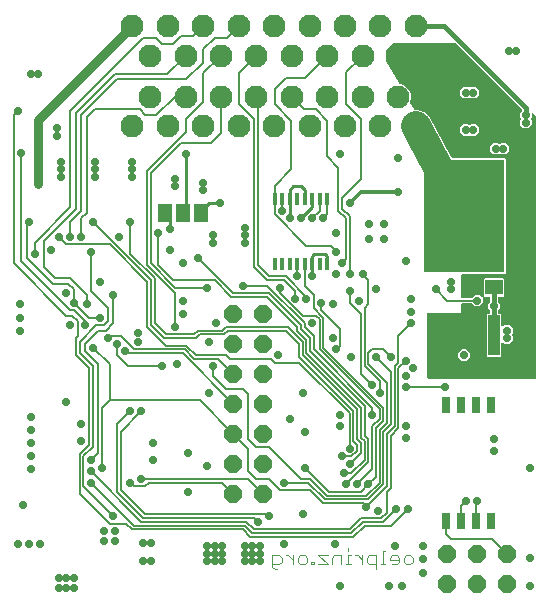
<source format=gbl>
G04 EAGLE Gerber RS-274X export*
G75*
%MOMM*%
%FSLAX34Y34*%
%LPD*%
%INBottom Copper*%
%IPPOS*%
%AMOC8*
5,1,8,0,0,1.08239X$1,22.5*%
G01*
%ADD10C,0.101600*%
%ADD11R,1.000000X3.400000*%
%ADD12R,6.800000X9.600000*%
%ADD13R,1.500000X1.300000*%
%ADD14C,1.950000*%
%ADD15R,0.685800X1.346200*%
%ADD16R,1.168400X1.600200*%
%ADD17P,1.649562X8X292.500000*%
%ADD18P,1.649562X8X22.500000*%
%ADD19R,0.400000X1.000000*%
%ADD20C,0.711200*%
%ADD21C,0.152400*%
%ADD22C,0.254000*%
%ADD23C,0.203200*%
%ADD24C,0.762000*%
%ADD25C,0.406400*%
%ADD26C,0.304800*%
%ADD27C,1.524000*%
%ADD28C,2.540000*%

G36*
X445867Y186318D02*
X445867Y186318D01*
X445925Y186316D01*
X446007Y186338D01*
X446091Y186350D01*
X446144Y186374D01*
X446200Y186388D01*
X446273Y186431D01*
X446350Y186466D01*
X446395Y186504D01*
X446445Y186534D01*
X446503Y186595D01*
X446567Y186650D01*
X446599Y186698D01*
X446639Y186741D01*
X446678Y186816D01*
X446725Y186886D01*
X446742Y186942D01*
X446769Y186994D01*
X446780Y187062D01*
X446810Y187157D01*
X446813Y187257D01*
X446824Y187325D01*
X446824Y408266D01*
X446812Y408353D01*
X446809Y408440D01*
X446792Y408493D01*
X446784Y408547D01*
X446749Y408627D01*
X446722Y408711D01*
X446694Y408750D01*
X446668Y408807D01*
X446572Y408920D01*
X446527Y408984D01*
X444710Y410801D01*
X444686Y410818D01*
X444667Y410841D01*
X444573Y410904D01*
X444483Y410972D01*
X444455Y410982D01*
X444431Y410999D01*
X444323Y411033D01*
X444217Y411073D01*
X444188Y411075D01*
X444160Y411084D01*
X444046Y411087D01*
X443934Y411097D01*
X443905Y411091D01*
X443876Y411092D01*
X443766Y411063D01*
X443655Y411041D01*
X443629Y411027D01*
X443601Y411020D01*
X443503Y410962D01*
X443403Y410910D01*
X443381Y410890D01*
X443356Y410875D01*
X443279Y410792D01*
X443197Y410714D01*
X443182Y410689D01*
X443162Y410667D01*
X443110Y410566D01*
X443053Y410469D01*
X443046Y410440D01*
X443032Y410414D01*
X443019Y410337D01*
X442983Y410193D01*
X442985Y410131D01*
X442977Y410083D01*
X442977Y407576D01*
X442519Y407118D01*
X442484Y407071D01*
X442441Y407031D01*
X442399Y406958D01*
X442348Y406891D01*
X442327Y406836D01*
X442298Y406786D01*
X442277Y406704D01*
X442247Y406625D01*
X442242Y406567D01*
X442228Y406510D01*
X442230Y406426D01*
X442223Y406342D01*
X442235Y406284D01*
X442237Y406226D01*
X442263Y406146D01*
X442279Y406063D01*
X442306Y406011D01*
X442324Y405955D01*
X442364Y405899D01*
X442410Y405811D01*
X442479Y405738D01*
X442519Y405682D01*
X442977Y405224D01*
X442977Y401226D01*
X440149Y398398D01*
X436151Y398398D01*
X433323Y401226D01*
X433323Y405224D01*
X433781Y405682D01*
X433816Y405729D01*
X433859Y405769D01*
X433901Y405842D01*
X433952Y405909D01*
X433973Y405964D01*
X434002Y406014D01*
X434023Y406096D01*
X434053Y406175D01*
X434058Y406233D01*
X434072Y406290D01*
X434070Y406374D01*
X434077Y406458D01*
X434065Y406516D01*
X434063Y406574D01*
X434037Y406654D01*
X434021Y406737D01*
X433994Y406789D01*
X433976Y406845D01*
X433936Y406901D01*
X433890Y406989D01*
X433821Y407062D01*
X433781Y407118D01*
X433323Y407576D01*
X433323Y411574D01*
X434550Y412801D01*
X434602Y412871D01*
X434662Y412935D01*
X434688Y412984D01*
X434721Y413028D01*
X434752Y413110D01*
X434792Y413188D01*
X434800Y413235D01*
X434822Y413294D01*
X434834Y413441D01*
X434847Y413519D01*
X434847Y414136D01*
X434835Y414223D01*
X434832Y414310D01*
X434815Y414363D01*
X434807Y414418D01*
X434772Y414498D01*
X434745Y414581D01*
X434717Y414620D01*
X434691Y414677D01*
X434595Y414791D01*
X434550Y414854D01*
X378786Y470618D01*
X378717Y470670D01*
X378653Y470730D01*
X378603Y470756D01*
X378559Y470789D01*
X378477Y470820D01*
X378400Y470860D01*
X378352Y470868D01*
X378293Y470890D01*
X378146Y470902D01*
X378068Y470915D01*
X327025Y470915D01*
X326938Y470903D01*
X326851Y470900D01*
X326798Y470883D01*
X326744Y470875D01*
X326664Y470840D01*
X326580Y470813D01*
X326541Y470785D01*
X326484Y470759D01*
X326371Y470663D01*
X326307Y470618D01*
X319957Y464268D01*
X319905Y464198D01*
X319845Y464134D01*
X319819Y464085D01*
X319786Y464041D01*
X319755Y463959D01*
X319715Y463881D01*
X319707Y463834D01*
X319685Y463775D01*
X319674Y463641D01*
X319674Y463639D01*
X319673Y463627D01*
X319660Y463550D01*
X319660Y455613D01*
X319673Y455519D01*
X319677Y455424D01*
X319692Y455384D01*
X319700Y455331D01*
X319767Y455180D01*
X319794Y455109D01*
X330452Y436457D01*
X330501Y436394D01*
X330542Y436325D01*
X330587Y436282D01*
X330626Y436233D01*
X330690Y436185D01*
X330749Y436131D01*
X330805Y436102D01*
X330855Y436065D01*
X330931Y436038D01*
X331002Y436001D01*
X331055Y435992D01*
X331123Y435968D01*
X331256Y435959D01*
X331333Y435946D01*
X332192Y435946D01*
X336243Y434268D01*
X339343Y431168D01*
X341021Y427117D01*
X341021Y422733D01*
X340065Y420426D01*
X340063Y420418D01*
X340059Y420410D01*
X340028Y420280D01*
X339994Y420151D01*
X339995Y420142D01*
X339993Y420133D01*
X339999Y419999D01*
X340003Y419867D01*
X340005Y419858D01*
X340006Y419849D01*
X340025Y419798D01*
X340089Y419596D01*
X340111Y419564D01*
X340122Y419534D01*
X343067Y414380D01*
X343149Y414274D01*
X343229Y414168D01*
X343236Y414162D01*
X343241Y414155D01*
X343350Y414076D01*
X343455Y413996D01*
X343464Y413993D01*
X343471Y413988D01*
X343596Y413942D01*
X343721Y413894D01*
X343729Y413894D01*
X343738Y413890D01*
X344022Y413871D01*
X344040Y413875D01*
X344056Y413874D01*
X346291Y414111D01*
X351621Y412537D01*
X355944Y409043D01*
X375160Y373726D01*
X375214Y373653D01*
X375261Y373575D01*
X375299Y373539D01*
X375330Y373498D01*
X375402Y373443D01*
X375468Y373381D01*
X375514Y373357D01*
X375556Y373325D01*
X375640Y373292D01*
X375721Y373251D01*
X375766Y373244D01*
X375821Y373222D01*
X375975Y373209D01*
X376052Y373196D01*
X420289Y373196D01*
X421033Y372451D01*
X421033Y275399D01*
X420289Y274654D01*
X384175Y274654D01*
X384117Y274646D01*
X384059Y274648D01*
X383977Y274626D01*
X383894Y274614D01*
X383840Y274591D01*
X383784Y274576D01*
X383711Y274533D01*
X383634Y274498D01*
X383589Y274460D01*
X383539Y274431D01*
X383481Y274369D01*
X383417Y274315D01*
X383385Y274266D01*
X383345Y274223D01*
X383306Y274148D01*
X383260Y274078D01*
X383242Y274022D01*
X383215Y273970D01*
X383204Y273902D01*
X383174Y273807D01*
X383171Y273707D01*
X383160Y273639D01*
X383160Y255714D01*
X383168Y255657D01*
X383166Y255598D01*
X383188Y255517D01*
X383200Y255433D01*
X383224Y255380D01*
X383238Y255323D01*
X383281Y255251D01*
X383316Y255174D01*
X383354Y255129D01*
X383384Y255079D01*
X383445Y255021D01*
X383500Y254957D01*
X383548Y254924D01*
X383591Y254884D01*
X383666Y254846D01*
X383736Y254799D01*
X383792Y254781D01*
X383844Y254755D01*
X383912Y254743D01*
X384007Y254713D01*
X384107Y254711D01*
X384175Y254699D01*
X391915Y254699D01*
X392002Y254711D01*
X392089Y254714D01*
X392142Y254731D01*
X392197Y254739D01*
X392276Y254775D01*
X392360Y254802D01*
X392399Y254830D01*
X392456Y254855D01*
X392569Y254951D01*
X392633Y254997D01*
X394876Y257239D01*
X398874Y257239D01*
X400659Y255455D01*
X400682Y255437D01*
X400701Y255415D01*
X400795Y255352D01*
X400886Y255284D01*
X400913Y255274D01*
X400938Y255257D01*
X401046Y255223D01*
X401151Y255183D01*
X401181Y255180D01*
X401209Y255171D01*
X401322Y255169D01*
X401435Y255159D01*
X401463Y255165D01*
X401493Y255164D01*
X401602Y255193D01*
X401714Y255215D01*
X401740Y255229D01*
X401768Y255236D01*
X401856Y255288D01*
X401848Y255273D01*
X401801Y255203D01*
X401784Y255147D01*
X401757Y255095D01*
X401746Y255027D01*
X401716Y254932D01*
X401713Y254832D01*
X401702Y254764D01*
X401702Y250413D01*
X398874Y247586D01*
X394876Y247586D01*
X392633Y249828D01*
X392563Y249881D01*
X392499Y249941D01*
X392450Y249966D01*
X392406Y249999D01*
X392324Y250030D01*
X392246Y250070D01*
X392199Y250078D01*
X392140Y250101D01*
X391993Y250113D01*
X391915Y250126D01*
X384175Y250126D01*
X384117Y250118D01*
X384059Y250119D01*
X383977Y250098D01*
X383894Y250086D01*
X383840Y250062D01*
X383784Y250047D01*
X383711Y250004D01*
X383634Y249970D01*
X383589Y249932D01*
X383539Y249902D01*
X383481Y249840D01*
X383417Y249786D01*
X383385Y249737D01*
X383345Y249695D01*
X383306Y249620D01*
X383260Y249549D01*
X383242Y249494D01*
X383215Y249442D01*
X383204Y249374D01*
X383174Y249278D01*
X383171Y249179D01*
X383160Y249111D01*
X383160Y242315D01*
X355600Y242315D01*
X355542Y242307D01*
X355484Y242309D01*
X355402Y242287D01*
X355319Y242275D01*
X355265Y242252D01*
X355209Y242237D01*
X355136Y242194D01*
X355059Y242159D01*
X355014Y242121D01*
X354964Y242092D01*
X354906Y242030D01*
X354842Y241976D01*
X354810Y241927D01*
X354770Y241884D01*
X354731Y241809D01*
X354685Y241739D01*
X354667Y241683D01*
X354640Y241631D01*
X354629Y241563D01*
X354599Y241468D01*
X354596Y241368D01*
X354585Y241300D01*
X354585Y187325D01*
X354593Y187267D01*
X354591Y187209D01*
X354613Y187127D01*
X354625Y187044D01*
X354649Y186990D01*
X354663Y186934D01*
X354706Y186861D01*
X354741Y186784D01*
X354779Y186739D01*
X354809Y186689D01*
X354870Y186631D01*
X354925Y186567D01*
X354973Y186535D01*
X355016Y186495D01*
X355091Y186456D01*
X355161Y186410D01*
X355217Y186392D01*
X355269Y186365D01*
X355337Y186354D01*
X355432Y186324D01*
X355532Y186321D01*
X355600Y186310D01*
X445809Y186310D01*
X445867Y186318D01*
G37*
%LPC*%
G36*
X405636Y204654D02*
X405636Y204654D01*
X404892Y205399D01*
X404892Y240451D01*
X405636Y241196D01*
X406845Y241196D01*
X406902Y241204D01*
X406961Y241202D01*
X407042Y241224D01*
X407126Y241236D01*
X407179Y241259D01*
X407236Y241274D01*
X407308Y241317D01*
X407385Y241352D01*
X407430Y241390D01*
X407480Y241419D01*
X407538Y241481D01*
X407602Y241535D01*
X407635Y241584D01*
X407675Y241627D01*
X407713Y241702D01*
X407760Y241772D01*
X407778Y241828D01*
X407804Y241880D01*
X407816Y241948D01*
X407846Y242043D01*
X407848Y242143D01*
X407860Y242211D01*
X407860Y243706D01*
X407848Y243793D01*
X407845Y243880D01*
X407828Y243933D01*
X407820Y243988D01*
X407784Y244067D01*
X407757Y244151D01*
X407729Y244190D01*
X407704Y244247D01*
X407608Y244360D01*
X407562Y244424D01*
X406336Y245651D01*
X406336Y249649D01*
X407562Y250876D01*
X407615Y250946D01*
X407675Y251010D01*
X407700Y251059D01*
X407733Y251103D01*
X407764Y251185D01*
X407804Y251263D01*
X407812Y251310D01*
X407835Y251369D01*
X407847Y251516D01*
X407860Y251594D01*
X407860Y254764D01*
X407852Y254822D01*
X407853Y254880D01*
X407832Y254962D01*
X407820Y255046D01*
X407796Y255099D01*
X407781Y255155D01*
X407738Y255228D01*
X407704Y255305D01*
X407666Y255350D01*
X407636Y255400D01*
X407574Y255458D01*
X407520Y255522D01*
X407471Y255554D01*
X407429Y255594D01*
X407354Y255633D01*
X407283Y255680D01*
X407228Y255697D01*
X407176Y255724D01*
X407108Y255735D01*
X407012Y255765D01*
X406913Y255768D01*
X406845Y255779D01*
X402717Y255779D01*
X402659Y255771D01*
X402601Y255773D01*
X402519Y255751D01*
X402435Y255739D01*
X402382Y255716D01*
X402326Y255701D01*
X402253Y255658D01*
X402239Y255651D01*
X402258Y255689D01*
X402316Y255787D01*
X402323Y255816D01*
X402336Y255842D01*
X402349Y255919D01*
X402386Y256063D01*
X402384Y256125D01*
X402392Y256173D01*
X402392Y270576D01*
X403136Y271321D01*
X419189Y271321D01*
X419933Y270576D01*
X419933Y256524D01*
X419189Y255779D01*
X415480Y255779D01*
X415423Y255771D01*
X415364Y255773D01*
X415283Y255751D01*
X415199Y255739D01*
X415146Y255716D01*
X415089Y255701D01*
X415017Y255658D01*
X414940Y255623D01*
X414895Y255585D01*
X414845Y255556D01*
X414787Y255494D01*
X414723Y255440D01*
X414690Y255391D01*
X414650Y255348D01*
X414612Y255273D01*
X414565Y255203D01*
X414547Y255147D01*
X414521Y255095D01*
X414509Y255027D01*
X414479Y254932D01*
X414477Y254832D01*
X414465Y254764D01*
X414465Y251594D01*
X414477Y251507D01*
X414480Y251420D01*
X414497Y251367D01*
X414505Y251312D01*
X414541Y251233D01*
X414568Y251149D01*
X414596Y251110D01*
X414621Y251053D01*
X414717Y250940D01*
X414763Y250876D01*
X415989Y249649D01*
X415989Y245651D01*
X414763Y244424D01*
X414710Y244354D01*
X414650Y244290D01*
X414625Y244241D01*
X414592Y244197D01*
X414561Y244115D01*
X414521Y244037D01*
X414513Y243990D01*
X414490Y243931D01*
X414478Y243784D01*
X414465Y243706D01*
X414465Y242211D01*
X414473Y242153D01*
X414472Y242095D01*
X414493Y242013D01*
X414505Y241929D01*
X414529Y241876D01*
X414544Y241820D01*
X414587Y241747D01*
X414621Y241670D01*
X414659Y241625D01*
X414689Y241575D01*
X414751Y241517D01*
X414805Y241453D01*
X414854Y241421D01*
X414896Y241381D01*
X414971Y241342D01*
X415042Y241295D01*
X415097Y241278D01*
X415149Y241251D01*
X415217Y241240D01*
X415313Y241210D01*
X415412Y241207D01*
X415480Y241196D01*
X416689Y241196D01*
X417433Y240451D01*
X417433Y231448D01*
X417437Y231419D01*
X417435Y231389D01*
X417457Y231278D01*
X417473Y231166D01*
X417485Y231140D01*
X417491Y231111D01*
X417543Y231010D01*
X417589Y230907D01*
X417608Y230884D01*
X417622Y230858D01*
X417700Y230776D01*
X417773Y230690D01*
X417797Y230674D01*
X417818Y230652D01*
X417915Y230595D01*
X418010Y230532D01*
X418038Y230523D01*
X418063Y230509D01*
X418172Y230481D01*
X418281Y230446D01*
X418310Y230446D01*
X418338Y230439D01*
X418451Y230442D01*
X418565Y230439D01*
X418593Y230447D01*
X418623Y230448D01*
X418731Y230482D01*
X418840Y230511D01*
X418865Y230526D01*
X418893Y230535D01*
X418957Y230581D01*
X419084Y230656D01*
X419127Y230702D01*
X419166Y230730D01*
X420276Y231839D01*
X424274Y231839D01*
X427102Y229012D01*
X427102Y225013D01*
X426644Y224555D01*
X426609Y224509D01*
X426566Y224468D01*
X426524Y224396D01*
X426473Y224328D01*
X426452Y224274D01*
X426423Y224223D01*
X426402Y224142D01*
X426372Y224063D01*
X426367Y224004D01*
X426353Y223948D01*
X426355Y223863D01*
X426348Y223779D01*
X426360Y223722D01*
X426362Y223663D01*
X426388Y223583D01*
X426404Y223501D01*
X426431Y223449D01*
X426449Y223393D01*
X426489Y223337D01*
X426535Y223248D01*
X426604Y223176D01*
X426644Y223120D01*
X427102Y222662D01*
X427102Y218663D01*
X424274Y215836D01*
X420276Y215836D01*
X419166Y216945D01*
X419143Y216963D01*
X419124Y216985D01*
X419030Y217048D01*
X418939Y217116D01*
X418912Y217126D01*
X418887Y217143D01*
X418779Y217177D01*
X418674Y217217D01*
X418644Y217220D01*
X418616Y217229D01*
X418503Y217231D01*
X418390Y217241D01*
X418362Y217235D01*
X418332Y217236D01*
X418223Y217207D01*
X418111Y217185D01*
X418085Y217171D01*
X418057Y217164D01*
X417960Y217106D01*
X417859Y217054D01*
X417838Y217034D01*
X417813Y217019D01*
X417735Y216936D01*
X417653Y216858D01*
X417638Y216833D01*
X417618Y216811D01*
X417567Y216711D01*
X417509Y216613D01*
X417502Y216584D01*
X417489Y216558D01*
X417476Y216481D01*
X417439Y216337D01*
X417441Y216275D01*
X417433Y216227D01*
X417433Y205399D01*
X416689Y204654D01*
X405636Y204654D01*
G37*
%LPD*%
%LPC*%
G36*
X385351Y423798D02*
X385351Y423798D01*
X382523Y426626D01*
X382523Y430624D01*
X385351Y433452D01*
X389349Y433452D01*
X389807Y432994D01*
X389854Y432959D01*
X389894Y432916D01*
X389967Y432874D01*
X390034Y432823D01*
X390089Y432802D01*
X390139Y432773D01*
X390221Y432752D01*
X390300Y432722D01*
X390358Y432717D01*
X390415Y432703D01*
X390499Y432705D01*
X390583Y432698D01*
X390641Y432710D01*
X390699Y432712D01*
X390779Y432738D01*
X390862Y432754D01*
X390914Y432781D01*
X390970Y432799D01*
X391026Y432839D01*
X391114Y432885D01*
X391187Y432954D01*
X391243Y432994D01*
X391701Y433452D01*
X395699Y433452D01*
X398527Y430624D01*
X398527Y426626D01*
X395699Y423798D01*
X391701Y423798D01*
X391243Y424256D01*
X391196Y424291D01*
X391156Y424334D01*
X391083Y424376D01*
X391016Y424427D01*
X390961Y424448D01*
X390911Y424477D01*
X390829Y424498D01*
X390750Y424528D01*
X390692Y424533D01*
X390635Y424547D01*
X390551Y424545D01*
X390467Y424552D01*
X390409Y424540D01*
X390351Y424538D01*
X390271Y424512D01*
X390188Y424496D01*
X390136Y424469D01*
X390080Y424451D01*
X390024Y424411D01*
X389936Y424365D01*
X389863Y424296D01*
X389807Y424256D01*
X389349Y423798D01*
X385351Y423798D01*
G37*
%LPD*%
%LPC*%
G36*
X385351Y392048D02*
X385351Y392048D01*
X382523Y394876D01*
X382523Y398874D01*
X385351Y401702D01*
X389349Y401702D01*
X389807Y401244D01*
X389854Y401209D01*
X389894Y401166D01*
X389967Y401124D01*
X390034Y401073D01*
X390089Y401052D01*
X390139Y401023D01*
X390221Y401002D01*
X390300Y400972D01*
X390358Y400967D01*
X390415Y400953D01*
X390499Y400955D01*
X390583Y400948D01*
X390641Y400960D01*
X390699Y400962D01*
X390779Y400988D01*
X390862Y401004D01*
X390914Y401031D01*
X390970Y401049D01*
X391026Y401089D01*
X391114Y401135D01*
X391187Y401204D01*
X391243Y401244D01*
X391701Y401702D01*
X395699Y401702D01*
X398527Y398874D01*
X398527Y394876D01*
X395699Y392048D01*
X391701Y392048D01*
X391243Y392506D01*
X391196Y392541D01*
X391156Y392584D01*
X391083Y392626D01*
X391016Y392677D01*
X390961Y392698D01*
X390911Y392727D01*
X390829Y392748D01*
X390750Y392778D01*
X390692Y392783D01*
X390635Y392797D01*
X390551Y392795D01*
X390467Y392802D01*
X390409Y392790D01*
X390351Y392788D01*
X390271Y392762D01*
X390188Y392746D01*
X390136Y392719D01*
X390080Y392701D01*
X390024Y392661D01*
X389936Y392615D01*
X389863Y392546D01*
X389807Y392506D01*
X389349Y392048D01*
X385351Y392048D01*
G37*
%LPD*%
%LPC*%
G36*
X410751Y376173D02*
X410751Y376173D01*
X407923Y379001D01*
X407923Y382999D01*
X410751Y385827D01*
X414749Y385827D01*
X415207Y385369D01*
X415254Y385334D01*
X415294Y385291D01*
X415367Y385249D01*
X415434Y385198D01*
X415489Y385177D01*
X415539Y385148D01*
X415621Y385127D01*
X415700Y385097D01*
X415758Y385092D01*
X415815Y385078D01*
X415899Y385080D01*
X415983Y385073D01*
X416041Y385085D01*
X416099Y385087D01*
X416179Y385113D01*
X416262Y385129D01*
X416314Y385156D01*
X416370Y385174D01*
X416426Y385214D01*
X416514Y385260D01*
X416587Y385329D01*
X416643Y385369D01*
X417101Y385827D01*
X421099Y385827D01*
X423927Y382999D01*
X423927Y379001D01*
X421099Y376173D01*
X417101Y376173D01*
X416643Y376631D01*
X416596Y376666D01*
X416556Y376709D01*
X416483Y376751D01*
X416416Y376802D01*
X416361Y376823D01*
X416311Y376852D01*
X416229Y376873D01*
X416150Y376903D01*
X416092Y376908D01*
X416035Y376922D01*
X415951Y376920D01*
X415867Y376927D01*
X415809Y376915D01*
X415751Y376913D01*
X415671Y376887D01*
X415588Y376871D01*
X415536Y376844D01*
X415480Y376826D01*
X415424Y376786D01*
X415336Y376740D01*
X415263Y376671D01*
X415207Y376631D01*
X414749Y376173D01*
X410751Y376173D01*
G37*
%LPD*%
%LPC*%
G36*
X383763Y201548D02*
X383763Y201548D01*
X380936Y204376D01*
X380936Y208374D01*
X383763Y211202D01*
X387762Y211202D01*
X390589Y208374D01*
X390589Y204376D01*
X387762Y201548D01*
X383763Y201548D01*
G37*
%LPD*%
D10*
X340443Y29083D02*
X336545Y29083D01*
X334596Y31032D01*
X334596Y34930D01*
X336545Y36879D01*
X340443Y36879D01*
X342392Y34930D01*
X342392Y31032D01*
X340443Y29083D01*
X328749Y29083D02*
X324851Y29083D01*
X328749Y29083D02*
X330698Y31032D01*
X330698Y34930D01*
X328749Y36879D01*
X324851Y36879D01*
X322902Y34930D01*
X322902Y32981D01*
X330698Y32981D01*
X319004Y40777D02*
X317055Y40777D01*
X317055Y29083D01*
X319004Y29083D02*
X315106Y29083D01*
X311208Y25185D02*
X311208Y36879D01*
X305361Y36879D01*
X303412Y34930D01*
X303412Y31032D01*
X305361Y29083D01*
X311208Y29083D01*
X299514Y29083D02*
X299514Y36879D01*
X299514Y32981D02*
X295616Y36879D01*
X293667Y36879D01*
X289769Y36879D02*
X287820Y36879D01*
X287820Y29083D01*
X289769Y29083D02*
X285871Y29083D01*
X287820Y40777D02*
X287820Y42726D01*
X281973Y36879D02*
X281973Y29083D01*
X281973Y36879D02*
X276126Y36879D01*
X274177Y34930D01*
X274177Y29083D01*
X270279Y36879D02*
X262483Y36879D01*
X270279Y29083D01*
X262483Y29083D01*
X258585Y29083D02*
X258585Y31032D01*
X256636Y31032D01*
X256636Y29083D01*
X258585Y29083D01*
X250789Y29083D02*
X246891Y29083D01*
X244942Y31032D01*
X244942Y34930D01*
X246891Y36879D01*
X250789Y36879D01*
X252738Y34930D01*
X252738Y31032D01*
X250789Y29083D01*
X241044Y29083D02*
X241044Y36879D01*
X241044Y32981D02*
X237146Y36879D01*
X235197Y36879D01*
X227401Y25185D02*
X225452Y25185D01*
X223503Y27134D01*
X223503Y36879D01*
X229350Y36879D01*
X231299Y34930D01*
X231299Y31032D01*
X229350Y29083D01*
X223503Y29083D01*
D11*
X411163Y222925D03*
X360363Y222925D03*
D12*
X385763Y323925D03*
D13*
X411163Y263550D03*
X411163Y282550D03*
D14*
X345000Y484925D03*
X315000Y484925D03*
X285000Y484925D03*
X255000Y484925D03*
X225000Y484925D03*
X195000Y484925D03*
X165000Y484925D03*
X135000Y484925D03*
X105000Y484925D03*
X330000Y459925D03*
X300000Y459925D03*
X270000Y459925D03*
X240000Y459925D03*
X210000Y459925D03*
X180000Y459925D03*
X150000Y459925D03*
X120000Y459925D03*
X330000Y424925D03*
X300000Y424925D03*
X270000Y424925D03*
X240000Y424925D03*
X210000Y424925D03*
X180000Y424925D03*
X150000Y424925D03*
X120000Y424925D03*
X345000Y399925D03*
X315000Y399925D03*
X285000Y399925D03*
X255000Y399925D03*
X225000Y399925D03*
X195000Y399925D03*
X165000Y399925D03*
X135000Y399925D03*
X105000Y399925D03*
D15*
X409050Y164138D03*
X370950Y164138D03*
X396350Y164138D03*
X383650Y164138D03*
X409050Y65713D03*
X370950Y65713D03*
X396350Y65713D03*
X383650Y65713D03*
D16*
X132398Y327025D03*
X147638Y327025D03*
X162878Y327025D03*
D17*
X190500Y241300D03*
X215900Y241300D03*
X190500Y215900D03*
X215900Y215900D03*
X190500Y190500D03*
X215900Y190500D03*
X190500Y165100D03*
X215900Y165100D03*
X190500Y139700D03*
X215900Y139700D03*
X190500Y114300D03*
X215900Y114300D03*
X190500Y88900D03*
X215900Y88900D03*
D18*
X371475Y12700D03*
X371475Y38100D03*
X396875Y12700D03*
X396875Y38100D03*
X422275Y12700D03*
X422275Y38100D03*
D19*
X269880Y283650D03*
X263530Y283650D03*
X257180Y283650D03*
X250830Y283650D03*
X244470Y283650D03*
X238120Y283650D03*
X231770Y283650D03*
X225420Y283650D03*
X225420Y338650D03*
X231770Y338650D03*
X238120Y338650D03*
X244470Y338650D03*
X250830Y338650D03*
X257180Y338650D03*
X263530Y338650D03*
X269880Y338650D03*
D20*
X77788Y268288D03*
X93663Y306388D03*
X142875Y198438D03*
X169863Y174625D03*
X120650Y31750D03*
X114300Y31750D03*
X90488Y57150D03*
X90488Y49213D03*
X80963Y49213D03*
X36513Y295275D03*
X41275Y392113D03*
X136525Y295275D03*
X9525Y249238D03*
X19050Y131763D03*
X19050Y120650D03*
X19050Y142875D03*
X19050Y153988D03*
X17463Y46038D03*
X7938Y46038D03*
X26988Y46038D03*
X19050Y109538D03*
X152400Y123825D03*
X152400Y90488D03*
X327025Y44450D03*
X212725Y31750D03*
X206375Y38100D03*
X305594Y317500D03*
X318294Y304800D03*
X280988Y376238D03*
X200025Y301625D03*
X173038Y301625D03*
X104775Y357188D03*
X73025Y357188D03*
X44450Y363538D03*
X341313Y242888D03*
X290513Y204788D03*
X274638Y249238D03*
X374650Y268288D03*
X374650Y261938D03*
X44450Y357188D03*
X73025Y363538D03*
X104775Y363538D03*
X141288Y349250D03*
X173038Y307975D03*
X311150Y261938D03*
X280988Y11113D03*
X233363Y46038D03*
X249238Y71438D03*
X200025Y38100D03*
X200025Y31750D03*
X80963Y57150D03*
X238125Y152400D03*
X330200Y373063D03*
X165100Y346075D03*
X228600Y206375D03*
X411163Y134938D03*
X12700Y79375D03*
X169863Y217488D03*
X147638Y241300D03*
X147638Y252413D03*
X41275Y398463D03*
X141288Y355600D03*
X165100Y352425D03*
X73025Y369888D03*
X104775Y369888D03*
X200025Y307975D03*
X200025Y314325D03*
X441325Y34925D03*
X387350Y82550D03*
X350838Y22225D03*
X350838Y33338D03*
X423863Y463550D03*
X430213Y463550D03*
X19050Y444500D03*
X25400Y444500D03*
X44450Y369888D03*
X412750Y381000D03*
X419100Y381000D03*
D21*
X383650Y78313D02*
X383650Y65713D01*
X383650Y78313D02*
X387350Y82550D01*
D20*
X280988Y146050D03*
X318294Y317500D03*
X305594Y304800D03*
X422275Y227013D03*
X422275Y220663D03*
X441325Y111125D03*
X168275Y112713D03*
X276225Y46038D03*
X9525Y238125D03*
X9525Y227013D03*
X238125Y322263D03*
D22*
X238120Y322268D02*
X238120Y338650D01*
X238120Y322268D02*
X238125Y322263D01*
X257175Y283655D02*
X257180Y283650D01*
D20*
X257175Y273050D03*
D22*
X257175Y283655D01*
D20*
X122238Y131763D03*
X122238Y117475D03*
X61913Y133350D03*
D22*
X269880Y283650D02*
X269880Y290508D01*
X268288Y292100D01*
X258763Y292100D01*
X257180Y290518D02*
X257180Y283650D01*
X257180Y290518D02*
X258763Y292100D01*
X250830Y338650D02*
X250830Y346070D01*
X247650Y349250D01*
X241300Y349250D01*
X238120Y346070D02*
X238120Y338650D01*
X238120Y346070D02*
X241300Y349250D01*
D20*
X206375Y44450D03*
X212725Y44450D03*
X120650Y47625D03*
X114300Y47625D03*
X200025Y44450D03*
X212725Y38100D03*
X206375Y31750D03*
X109538Y225425D03*
X52388Y231775D03*
X109538Y217488D03*
X296863Y252413D03*
X274638Y220663D03*
X174625Y31750D03*
X180975Y31750D03*
X168275Y38100D03*
X168275Y31750D03*
X174625Y38100D03*
X180975Y38100D03*
X147638Y284163D03*
X257175Y233363D03*
X411163Y125413D03*
X322263Y11113D03*
X385763Y206375D03*
X396875Y82550D03*
X250825Y141288D03*
X312738Y74613D03*
X176213Y233363D03*
D21*
X396350Y81488D02*
X396350Y65713D01*
X396350Y81488D02*
X396875Y82550D01*
D20*
X136525Y312738D03*
D22*
X136525Y322898D01*
X132398Y327025D01*
D20*
X280988Y155575D03*
X61913Y147638D03*
X350838Y44450D03*
X247650Y322263D03*
D22*
X257180Y331793D02*
X257180Y338650D01*
X257180Y331793D02*
X247650Y322263D01*
D20*
X231775Y328613D03*
X277813Y274638D03*
X333375Y11113D03*
X441325Y11113D03*
D21*
X231775Y338645D02*
X231770Y338650D01*
D20*
X387350Y396875D03*
X393700Y396875D03*
X168275Y44450D03*
X174625Y44450D03*
X180975Y44450D03*
D21*
X231775Y328613D02*
X231775Y338645D01*
D20*
X69850Y293688D03*
X88900Y69850D03*
D23*
X69850Y260350D02*
X69850Y293688D01*
X69850Y260350D02*
X84138Y246063D01*
X84138Y234950D01*
X80963Y231775D01*
X74613Y231775D01*
X60325Y217488D01*
X60325Y207963D01*
X71438Y196850D01*
X71438Y128588D01*
X63500Y120650D01*
X63500Y95250D01*
X88900Y69850D01*
D20*
X66675Y249238D03*
D23*
X66675Y257175D01*
X52388Y271463D01*
X39688Y271463D01*
X30163Y280988D01*
X30163Y303213D01*
X57150Y330200D01*
X57150Y411163D01*
X90488Y444500D01*
X134575Y444500D01*
X150000Y459925D01*
D20*
X52388Y306388D03*
D23*
X52388Y319088D01*
X61913Y328613D01*
X61913Y409575D01*
X92075Y439738D01*
X150813Y439738D01*
X165100Y454025D01*
X165100Y465138D01*
X174625Y474663D01*
X184738Y474663D01*
X195000Y484925D01*
D20*
X61913Y306388D03*
D23*
X61913Y322263D01*
X66675Y327025D01*
X66675Y407988D01*
X73025Y414338D01*
X111125Y414338D01*
X115888Y409575D01*
X125413Y409575D01*
X140763Y424925D02*
X150000Y424925D01*
X140763Y424925D02*
X125413Y409575D01*
D20*
X49213Y258763D03*
X22225Y292100D03*
D23*
X22225Y301625D01*
X52388Y331788D01*
X52388Y412750D01*
X114300Y474663D01*
X125413Y474663D01*
X130175Y469900D01*
X139700Y469900D01*
X146050Y476250D01*
X156325Y476250D01*
X165000Y484925D01*
D20*
X79375Y111125D03*
X71438Y212725D03*
X303213Y77788D03*
D21*
X320675Y95250D01*
X320675Y139700D01*
X327025Y146050D01*
X327025Y196850D01*
X330200Y200025D01*
X330200Y222250D01*
X341313Y233363D01*
D20*
X341313Y233363D03*
D21*
X300038Y80963D02*
X303213Y77788D01*
X300038Y80963D02*
X266700Y80963D01*
X255588Y92075D01*
X230188Y92075D01*
X220663Y101600D01*
X209550Y101600D01*
X203200Y107950D01*
X203200Y127000D01*
X190500Y139700D01*
X161925Y168275D01*
X85725Y168275D01*
X79375Y161925D02*
X79375Y111125D01*
X79375Y161925D02*
X85725Y168275D01*
X85725Y198438D01*
X71438Y212725D01*
D20*
X11113Y377825D03*
D23*
X65088Y234950D02*
X65088Y231775D01*
X65088Y234950D02*
X55563Y244475D01*
X52388Y244475D01*
X11113Y285750D01*
X11113Y377825D01*
D20*
X65088Y231775D03*
X55563Y250825D03*
X77788Y238125D03*
D23*
X68263Y238125D02*
X55563Y250825D01*
X68263Y238125D02*
X77788Y238125D01*
D20*
X17463Y319088D03*
D23*
X55563Y261938D02*
X55563Y250825D01*
X55563Y261938D02*
X50800Y266700D01*
X38100Y266700D01*
X15875Y288925D01*
X15875Y317500D01*
X17463Y319088D01*
D20*
X98425Y209550D03*
D21*
X100013Y207963D02*
X147638Y207963D01*
X100013Y207963D02*
X98425Y209550D01*
X147638Y207963D02*
X190500Y165100D01*
D20*
X92075Y215900D03*
X130175Y196850D03*
D21*
X101600Y196850D01*
X92075Y206375D01*
X92075Y215900D01*
D20*
X84138Y220663D03*
D21*
X85725Y222250D01*
X95250Y222250D01*
X106363Y211138D01*
X149225Y211138D01*
X157163Y203200D01*
X177800Y203200D01*
X190500Y190500D01*
D20*
X49213Y166688D03*
D23*
X65088Y215900D02*
X76200Y227013D01*
X82550Y227013D01*
X88900Y233363D01*
X88900Y257175D01*
D20*
X88900Y257175D03*
D23*
X65088Y215900D02*
X65088Y209550D01*
X76200Y198438D01*
X76200Y123825D01*
X69850Y117475D01*
D20*
X69850Y117475D03*
X69850Y98425D03*
X328613Y76200D03*
D21*
X317500Y65088D01*
X300038Y65088D01*
X290513Y55563D01*
X206375Y55563D01*
X200025Y61913D01*
X106363Y61913D01*
X69850Y98425D01*
D20*
X336550Y285750D03*
X336550Y188913D03*
X341313Y254000D03*
X342900Y195263D03*
X233363Y98425D03*
X311150Y204788D03*
D21*
X317500Y141288D02*
X317500Y96838D01*
X317500Y141288D02*
X323850Y147638D01*
X323850Y192088D01*
X311150Y204788D01*
X304800Y84138D02*
X268288Y84138D01*
X254000Y98425D01*
X233363Y98425D01*
X304800Y84138D02*
X317500Y96838D01*
D20*
X141288Y230188D03*
D21*
X141288Y258763D01*
X117475Y282575D01*
X117475Y361950D01*
X150813Y395288D01*
X150813Y406400D01*
X165100Y420688D01*
X165100Y445025D01*
X180000Y459925D01*
D20*
X242888Y254000D03*
D21*
X242888Y260350D01*
X233363Y269875D01*
X219075Y269875D01*
X207963Y280988D01*
X207963Y406400D01*
X195263Y419100D01*
X195263Y445188D01*
X210000Y459925D01*
D20*
X69850Y107950D03*
X336550Y201613D03*
D21*
X201613Y65088D02*
X112713Y65088D01*
X201613Y65088D02*
X207963Y58738D01*
X288925Y58738D01*
X298450Y68263D01*
X315913Y68263D01*
X320675Y73025D01*
X320675Y90488D01*
X323850Y93663D01*
X323850Y138113D01*
X330200Y144463D01*
X330200Y195263D01*
X336550Y201613D01*
X112713Y65088D02*
X69850Y107950D01*
D20*
X173038Y196850D03*
X323850Y204788D03*
D21*
X314325Y142875D02*
X314325Y98425D01*
X314325Y142875D02*
X320675Y149225D01*
X320675Y182563D01*
X304800Y198438D01*
X304800Y207963D01*
X307975Y211138D01*
X317500Y211138D01*
X323850Y204788D01*
X314325Y98425D02*
X303213Y87313D01*
X269875Y87313D01*
X255588Y101600D01*
X247650Y101600D01*
X220663Y128588D01*
X209550Y128588D01*
X203200Y134938D01*
X203200Y173038D01*
X173038Y188913D02*
X173038Y196850D01*
X173038Y188913D02*
X184150Y177800D01*
X198438Y177800D01*
X203200Y173038D01*
X258763Y246063D02*
X258763Y257175D01*
X258763Y246063D02*
X266700Y238125D01*
X266700Y212725D01*
X317500Y161925D01*
X317500Y150813D01*
X311150Y144463D01*
X311150Y103188D01*
X304800Y96838D01*
D20*
X304800Y96838D03*
X250825Y111125D03*
D21*
X298450Y90488D02*
X304800Y96838D01*
X298450Y90488D02*
X271463Y90488D01*
X250825Y111125D01*
X250830Y265108D02*
X250830Y283650D01*
X250830Y265108D02*
X258763Y257175D01*
D20*
X249238Y174625D03*
X252413Y254000D03*
D21*
X252413Y255588D01*
X234950Y273050D01*
X220663Y273050D01*
X211138Y282575D01*
X211138Y423788D01*
X210000Y424925D01*
D20*
X168275Y263525D03*
D21*
X141288Y263525D01*
X120650Y284163D01*
X120650Y360363D01*
X146050Y385763D01*
X171450Y385763D01*
X180000Y394313D01*
X180000Y424925D01*
D20*
X282575Y284163D03*
D21*
X285750Y287338D01*
X285750Y322263D01*
X279400Y328613D01*
X279400Y365125D01*
X269875Y404813D02*
X260350Y414338D01*
X250588Y414338D01*
X240000Y424925D01*
X269875Y374650D02*
X279400Y365125D01*
X269875Y374650D02*
X269875Y404813D01*
D20*
X265113Y250825D03*
X277813Y211138D03*
D21*
X265113Y244475D02*
X265113Y250825D01*
X265113Y244475D02*
X280988Y228600D01*
X280988Y214313D01*
X277813Y211138D01*
D20*
X42863Y306388D03*
D21*
X49213Y300038D01*
X85725Y300038D01*
X117475Y268288D01*
X117475Y230188D01*
X133350Y214313D01*
X150813Y214313D01*
X158750Y206375D01*
X184150Y206375D01*
X187325Y203200D01*
X222250Y203200D01*
X225425Y200025D01*
X246063Y200025D01*
X288925Y157163D01*
X288925Y127000D01*
D20*
X288925Y127000D03*
X71438Y319088D03*
D21*
X120650Y269875D01*
X120650Y231775D01*
X131763Y220663D01*
X158750Y220663D01*
X161925Y223838D01*
X182563Y223838D01*
X185738Y227013D01*
X234950Y227013D01*
X246063Y215900D01*
X246063Y204788D01*
X292100Y158750D01*
X292100Y133350D01*
X295275Y130175D01*
X295275Y125413D01*
X290513Y120650D01*
X282575Y120650D01*
D20*
X282575Y120650D03*
X25400Y357188D03*
X25400Y350838D03*
D24*
X25400Y357188D01*
X25400Y405325D01*
X105000Y484925D01*
D25*
X438150Y415925D02*
X438150Y409575D01*
X438150Y415925D02*
X369150Y484925D01*
D20*
X438150Y403225D03*
X438150Y409575D03*
D25*
X369150Y484925D02*
X345000Y484925D01*
D20*
X257175Y322263D03*
D21*
X263530Y328618D02*
X263530Y338650D01*
X263530Y328618D02*
X257175Y322263D01*
D20*
X266700Y322263D03*
D21*
X269880Y325443D02*
X269880Y338650D01*
X269880Y325443D02*
X266700Y322263D01*
D20*
X288925Y334963D03*
X330200Y344488D03*
D26*
X298450Y344488D02*
X288925Y334963D01*
X298450Y344488D02*
X330200Y344488D01*
D20*
X361950Y261938D03*
X396875Y252413D03*
D23*
X371475Y252413D01*
X361950Y261938D01*
D27*
X385763Y323925D02*
X381000Y333763D01*
D28*
X345000Y399925D01*
D25*
X411163Y296938D02*
X411163Y282550D01*
X411163Y296938D02*
X385763Y323925D01*
D20*
X160338Y288925D03*
D21*
X190500Y258763D01*
X220663Y258763D01*
X247650Y231775D01*
X247650Y228600D01*
X255588Y220663D01*
X255588Y209550D01*
X301625Y163513D01*
X301625Y138113D01*
X304800Y134938D01*
X304800Y115888D01*
X285750Y96838D01*
D20*
X285750Y96838D03*
X230188Y263525D03*
D21*
X230188Y258763D01*
X249238Y239713D01*
X260350Y239713D01*
X263525Y236538D01*
X263525Y211138D01*
X314325Y160338D01*
X314325Y152400D01*
X307975Y146050D01*
X307975Y109538D01*
X295275Y96838D01*
D20*
X295275Y96838D03*
X198438Y265113D03*
D21*
X219075Y265113D01*
X250825Y233363D01*
X250825Y230188D01*
X258763Y222250D01*
X258763Y211138D01*
X307975Y161925D01*
X307975Y155575D01*
D20*
X307975Y155575D03*
X103188Y319088D03*
D21*
X103188Y292100D01*
X123825Y271463D01*
X123825Y233363D01*
X133350Y223838D01*
X157163Y223838D01*
X160338Y227013D01*
X180975Y227013D01*
X184150Y230188D01*
X236538Y230188D01*
X249238Y217488D01*
X249238Y206375D01*
X295275Y160338D01*
X295275Y134938D01*
X298450Y131763D01*
X298450Y123825D01*
X288925Y114300D01*
D20*
X288925Y114300D03*
X127000Y309563D03*
D21*
X127000Y282575D01*
X139700Y269875D01*
X174625Y269875D01*
X188913Y255588D01*
X219075Y255588D01*
X244475Y230188D01*
X244475Y227013D01*
X252413Y219075D01*
X252413Y207963D01*
X298450Y161925D01*
X298450Y136525D01*
X301625Y133350D01*
X301625Y117475D01*
X290513Y106363D01*
X284163Y106363D01*
D20*
X284163Y106363D03*
D21*
X239713Y363538D02*
X239713Y404813D01*
X239713Y363538D02*
X225420Y349245D01*
X239713Y404813D02*
X225425Y419100D01*
X225425Y431800D01*
X234950Y441325D01*
X251400Y441325D01*
X270000Y459925D01*
D20*
X277813Y293688D03*
D21*
X252413Y298450D02*
X225420Y325443D01*
X252413Y298450D02*
X273050Y298450D01*
X277813Y293688D01*
X225420Y338650D02*
X225420Y349245D01*
X225420Y338650D02*
X225420Y325443D01*
D20*
X288925Y274638D03*
D21*
X288925Y282575D01*
X288925Y323850D01*
X282575Y330200D01*
X282575Y339725D01*
X298450Y355600D01*
X298450Y406400D01*
X285750Y419100D01*
X285750Y445600D01*
X300000Y459925D01*
D20*
X300038Y274638D03*
X314325Y174625D03*
D21*
X304800Y269875D02*
X300038Y274638D01*
X304800Y269875D02*
X304800Y249238D01*
X301625Y246063D01*
X301625Y196850D01*
X314325Y184150D01*
X314325Y174625D01*
D20*
X244475Y273050D03*
D21*
X244470Y273055D02*
X244470Y283650D01*
X244470Y273055D02*
X244475Y273050D01*
D20*
X288925Y260350D03*
X307975Y180975D03*
D21*
X288925Y250825D02*
X288925Y260350D01*
X288925Y250825D02*
X298450Y241300D01*
X298450Y190500D01*
X307975Y180975D01*
D20*
X150813Y376238D03*
D22*
X150813Y330200D02*
X147638Y327025D01*
X150813Y330200D02*
X150813Y376238D01*
D20*
X338138Y76200D03*
D21*
X323850Y61913D01*
X301625Y61913D01*
X292100Y52388D01*
X204788Y52388D01*
X198438Y58738D01*
X104775Y58738D01*
X100013Y63500D01*
X85725Y63500D01*
X60325Y88900D01*
X60325Y122238D01*
X68263Y130175D01*
X68263Y195263D01*
X57150Y206375D01*
X57150Y220663D01*
X58738Y222250D01*
X58738Y234950D01*
X53975Y239713D01*
X49213Y239713D01*
X4763Y284163D01*
X4763Y409575D01*
D20*
X7938Y412750D03*
D21*
X4763Y409575D01*
X336550Y179388D02*
X369888Y179388D01*
D20*
X369888Y179388D03*
X336550Y179388D03*
X112713Y158750D03*
D21*
X95250Y141288D01*
X95250Y92075D01*
X115888Y71438D01*
X219075Y71438D01*
D20*
X220663Y69850D03*
D21*
X219075Y71438D01*
D20*
X103188Y158750D03*
D21*
X92075Y147638D01*
X92075Y90488D01*
X114300Y68263D01*
X207963Y68263D01*
X211138Y65088D01*
D20*
X211138Y65088D03*
D21*
X370950Y65713D02*
X371475Y68363D01*
X370950Y65713D02*
X370950Y54500D01*
X374650Y50800D01*
X409575Y50800D01*
X422275Y38100D01*
D20*
X42863Y17463D03*
X49213Y17463D03*
X55563Y17463D03*
X55563Y9525D03*
X49213Y9525D03*
X42863Y9525D03*
X179388Y334963D03*
D22*
X169863Y334963D01*
X162878Y327978D02*
X162878Y327025D01*
X162878Y327978D02*
X169863Y334963D01*
D20*
X277813Y309563D03*
X387350Y428625D03*
X393700Y428625D03*
D25*
X411163Y247650D02*
X411163Y222925D01*
X411163Y247650D02*
X411163Y263550D01*
D20*
X411163Y247650D03*
X336550Y136525D03*
X336550Y146050D03*
X103188Y98425D03*
D21*
X180975Y98425D02*
X190500Y88900D01*
X180975Y98425D02*
X119063Y98425D01*
X115888Y95250D01*
X106363Y95250D01*
X103188Y98425D01*
D20*
X112713Y101600D03*
D21*
X203200Y101600D01*
X215900Y88900D01*
D20*
X412750Y412750D03*
X419100Y412750D03*
M02*

</source>
